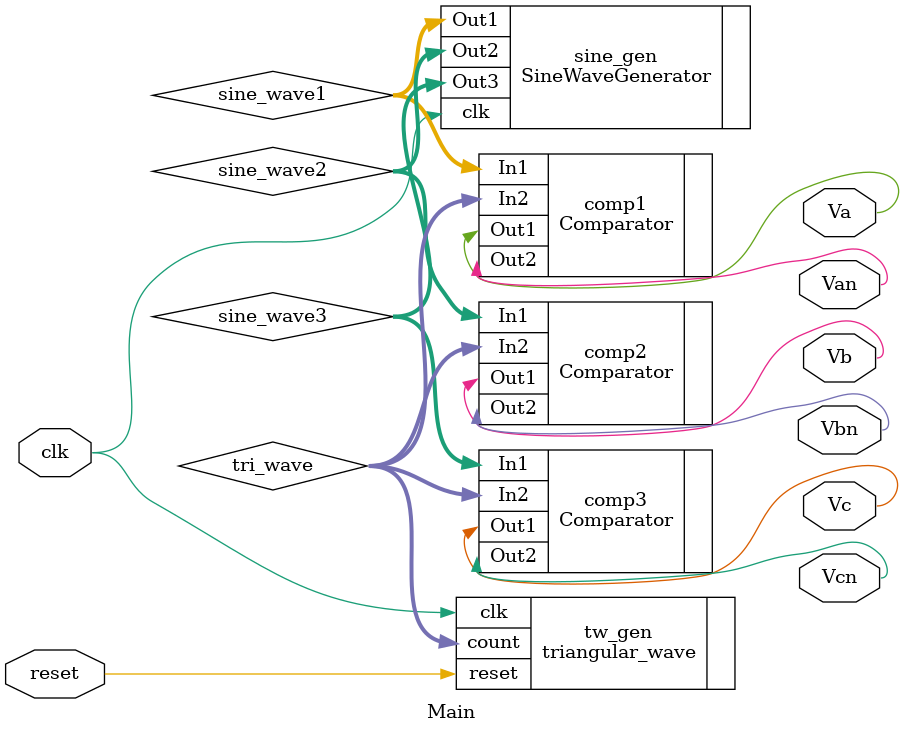
<source format=v>




module Main (
    input wire clk,        // Clock input
    input wire reset,      // Reset signal
    output wire Va,        // Output signal for phase A
	output wire Van,       // Output signal for phase A negado
    output wire Vb,        // Output signal for phase B
	output wire Vbn,       // Output signal for phase B negado
    output wire Vc,        // Output signal for phase C
	output wire Vcn        // Output signal for phase C negado
);

    // Internal signals
    wire [15:0] tri_wave;
    wire [15:0] sine_wave1, sine_wave2, sine_wave3;
    
    // Instantiate the triangular wave generator
    triangular_wave tw_gen (
        .clk(clk),
        .reset(reset),
        .count(tri_wave)
    );

    // Instantiate the sine wave generator
    SineWaveGenerator sine_gen (
        .clk(clk),
        .Out1(sine_wave1),
        .Out2(sine_wave2),
        .Out3(sine_wave3)
    );

    // Instantiate the comparators
    Comparator comp1 (
        .In1(sine_wave1),
        .In2(tri_wave),
        .Out1(Va),
		.Out2(Van)
    );

    Comparator comp2 (
        .In1(sine_wave2),
        .In2(tri_wave),
        .Out1(Vb),
		.Out2(Vbn)
    );

    Comparator comp3 (
        .In1(sine_wave3),
        .In2(tri_wave),
        .Out1(Vc),
		.Out2(Vcn)
    );

endmodule

</source>
